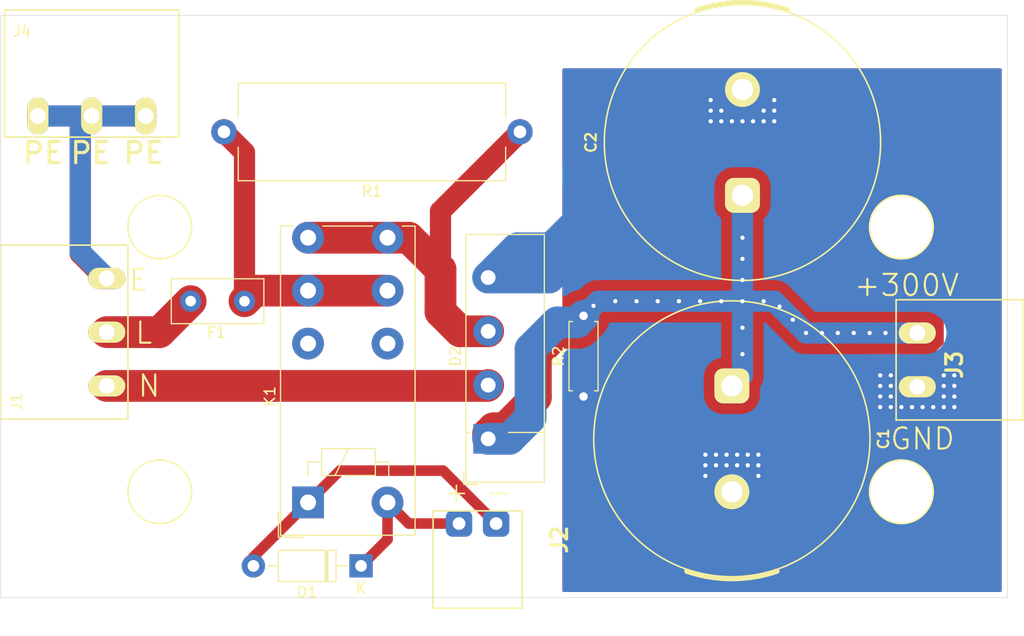
<source format=kicad_pcb>
(kicad_pcb (version 20171130) (host pcbnew "(5.1.6)-1")

  (general
    (thickness 1.6)
    (drawings 15)
    (tracks 168)
    (zones 0)
    (modules 16)
    (nets 12)
  )

  (page A4)
  (layers
    (0 F.Cu signal)
    (31 B.Cu signal)
    (32 B.Adhes user)
    (33 F.Adhes user)
    (34 B.Paste user)
    (35 F.Paste user)
    (36 B.SilkS user)
    (37 F.SilkS user)
    (38 B.Mask user)
    (39 F.Mask user)
    (40 Dwgs.User user)
    (41 Cmts.User user)
    (42 Eco1.User user)
    (43 Eco2.User user)
    (44 Edge.Cuts user)
    (45 Margin user)
    (46 B.CrtYd user)
    (47 F.CrtYd user)
    (48 B.Fab user)
    (49 F.Fab user)
  )

  (setup
    (last_trace_width 0.25)
    (user_trace_width 1)
    (user_trace_width 1.5)
    (user_trace_width 2)
    (user_trace_width 2.5)
    (user_trace_width 3)
    (trace_clearance 0.2)
    (zone_clearance 0.508)
    (zone_45_only no)
    (trace_min 0.2)
    (via_size 0.8)
    (via_drill 0.4)
    (via_min_size 0.4)
    (via_min_drill 0.3)
    (uvia_size 0.3)
    (uvia_drill 0.1)
    (uvias_allowed no)
    (uvia_min_size 0.2)
    (uvia_min_drill 0.1)
    (edge_width 0.05)
    (segment_width 0.2)
    (pcb_text_width 0.3)
    (pcb_text_size 1.5 1.5)
    (mod_edge_width 0.12)
    (mod_text_size 1 1)
    (mod_text_width 0.15)
    (pad_size 1.524 1.524)
    (pad_drill 0.762)
    (pad_to_mask_clearance 0.05)
    (aux_axis_origin 25 180)
    (visible_elements 7FFFFFFF)
    (pcbplotparams
      (layerselection 0x010fc_ffffffff)
      (usegerberextensions false)
      (usegerberattributes false)
      (usegerberadvancedattributes true)
      (creategerberjobfile true)
      (excludeedgelayer false)
      (linewidth 0.100000)
      (plotframeref false)
      (viasonmask false)
      (mode 1)
      (useauxorigin true)
      (hpglpennumber 1)
      (hpglpenspeed 20)
      (hpglpendiameter 15.000000)
      (psnegative false)
      (psa4output false)
      (plotreference true)
      (plotvalue true)
      (plotinvisibletext false)
      (padsonsilk true)
      (subtractmaskfromsilk false)
      (outputformat 1)
      (mirror false)
      (drillshape 0)
      (scaleselection 1)
      (outputdirectory "Neuer Ordner/gerber"))
  )

  (net 0 "")
  (net 1 VPP)
  (net 2 GNDPWR)
  (net 3 "Net-(D1-Pad2)")
  (net 4 "Net-(D1-Pad1)")
  (net 5 "Net-(F1-Pad2)")
  (net 6 "Net-(F1-Pad1)")
  (net 7 Earth_Protective)
  (net 8 "Net-(K1-Pad12)")
  (net 9 /L_switched)
  (net 10 "Net-(K1-Pad22)")
  (net 11 "Net-(D2-Pad2)")

  (net_class Default "This is the default net class."
    (clearance 0.2)
    (trace_width 0.25)
    (via_dia 0.8)
    (via_drill 0.4)
    (uvia_dia 0.3)
    (uvia_drill 0.1)
    (add_net /L_switched)
    (add_net Earth_Protective)
    (add_net GNDPWR)
    (add_net "Net-(D1-Pad1)")
    (add_net "Net-(D1-Pad2)")
    (add_net "Net-(D2-Pad2)")
    (add_net "Net-(F1-Pad1)")
    (add_net "Net-(F1-Pad2)")
    (add_net "Net-(K1-Pad12)")
    (add_net "Net-(K1-Pad22)")
  )

  (net_class VPP ""
    (clearance 1)
    (trace_width 0.25)
    (via_dia 0.8)
    (via_drill 0.4)
    (uvia_dia 0.3)
    (uvia_drill 0.1)
    (add_net VPP)
  )

  (module stmbl:RM5.08_1x3 (layer F.Cu) (tedit 584F6018) (tstamp 5EC9839B)
    (at 28.5 134.5)
    (path /5EE3ABB5)
    (fp_text reference J4 (at -1.5 -8) (layer F.SilkS)
      (effects (font (size 1 1) (thickness 0.15)))
    )
    (fp_text value CONN_01X03 (at 10.795 3.175) (layer F.Fab)
      (effects (font (size 1 1) (thickness 0.15)))
    )
    (fp_line (start -3.14 -10) (end -3.14 2) (layer F.SilkS) (width 0.15))
    (fp_line (start 13.3 -10) (end -3.14 -10) (layer F.SilkS) (width 0.15))
    (fp_line (start 13.3 2) (end 13.3 -10) (layer F.SilkS) (width 0.15))
    (fp_line (start -3.14 2) (end 13.3 2) (layer F.SilkS) (width 0.15))
    (pad 3 thru_hole oval (at 10.16 0) (size 2 3.5) (drill 1.5) (layers *.Cu *.Mask F.SilkS)
      (net 7 Earth_Protective))
    (pad 2 thru_hole oval (at 5.08 0) (size 2 3.5) (drill 1.5) (layers *.Cu *.Mask F.SilkS)
      (net 7 Earth_Protective))
    (pad 1 thru_hole oval (at 0 0) (size 2 3.5) (drill 1.5) (layers *.Cu *.Mask F.SilkS)
      (net 7 Earth_Protective))
    (model ${KIPRJMOD}/../lib/stmbl.pretty/akl230_3.wrl
      (offset (xyz -3.149999952691747 -1.999999969963014 0))
      (scale (xyz 0.394 0.394 0.394))
      (rotate (xyz 0 0 0))
    )
  )

  (module stmbl:non_plated_3mm (layer F.Cu) (tedit 5908EF5A) (tstamp 5EC96A1F)
    (at 110 145)
    (path /5EE2553D)
    (fp_text reference U4 (at 0 4.75) (layer F.SilkS) hide
      (effects (font (size 1 1) (thickness 0.15)))
    )
    (fp_text value non_plated (at 0 -3.75) (layer F.Fab)
      (effects (font (size 1 1) (thickness 0.15)))
    )
    (fp_circle (center 0 0) (end 3 0) (layer F.SilkS) (width 0.15))
    (pad "" np_thru_hole circle (at 0 0) (size 3.5 3.5) (drill 3.5) (layers *.Cu *.Mask)
      (solder_mask_margin 0.5) (clearance 1.25))
  )

  (module stmbl:non_plated_3mm (layer F.Cu) (tedit 5908EF5A) (tstamp 5EC96A19)
    (at 40 145)
    (path /5EE25175)
    (fp_text reference U3 (at 0 4.75) (layer F.SilkS) hide
      (effects (font (size 1 1) (thickness 0.15)))
    )
    (fp_text value non_plated (at 0 -3.75) (layer F.Fab)
      (effects (font (size 1 1) (thickness 0.15)))
    )
    (fp_circle (center 0 0) (end 3 0) (layer F.SilkS) (width 0.15))
    (pad "" np_thru_hole circle (at 0 0) (size 3.5 3.5) (drill 3.5) (layers *.Cu *.Mask)
      (solder_mask_margin 0.5) (clearance 1.25))
  )

  (module stmbl:non_plated_3mm (layer F.Cu) (tedit 5908EF5A) (tstamp 5EC96A13)
    (at 110 170)
    (path /5EE248D5)
    (fp_text reference U2 (at 0 4.75) (layer F.SilkS) hide
      (effects (font (size 1 1) (thickness 0.15)))
    )
    (fp_text value non_plated (at 0 -3.75) (layer F.Fab)
      (effects (font (size 1 1) (thickness 0.15)))
    )
    (fp_circle (center 0 0) (end 3 0) (layer F.SilkS) (width 0.15))
    (pad "" np_thru_hole circle (at 0 0) (size 3.5 3.5) (drill 3.5) (layers *.Cu *.Mask)
      (solder_mask_margin 0.5) (clearance 1.25))
  )

  (module stmbl:non_plated_3mm (layer F.Cu) (tedit 5908EF5A) (tstamp 5EC96A0D)
    (at 40 170)
    (path /5EE258CC)
    (fp_text reference U1 (at 0 4.75) (layer F.SilkS) hide
      (effects (font (size 1 1) (thickness 0.15)))
    )
    (fp_text value non_plated (at 0 -3.75) (layer F.Fab)
      (effects (font (size 1 1) (thickness 0.15)))
    )
    (fp_circle (center 0 0) (end 3 0) (layer F.SilkS) (width 0.15))
    (pad "" np_thru_hole circle (at 0 0) (size 3.5 3.5) (drill 3.5) (layers *.Cu *.Mask)
      (solder_mask_margin 0.5) (clearance 1.25))
  )

  (module Resistor_THT:R_Axial_DIN0207_L6.3mm_D2.5mm_P7.62mm_Horizontal (layer F.Cu) (tedit 5AE5139B) (tstamp 5EC965A3)
    (at 80 161 90)
    (descr "Resistor, Axial_DIN0207 series, Axial, Horizontal, pin pitch=7.62mm, 0.25W = 1/4W, length*diameter=6.3*2.5mm^2, http://cdn-reichelt.de/documents/datenblatt/B400/1_4W%23YAG.pdf")
    (tags "Resistor Axial_DIN0207 series Axial Horizontal pin pitch 7.62mm 0.25W = 1/4W length 6.3mm diameter 2.5mm")
    (path /5EE1A0B5)
    (fp_text reference R2 (at 3.81 -2.37 90) (layer F.SilkS)
      (effects (font (size 1 1) (thickness 0.15)))
    )
    (fp_text value 10k (at 3.81 2.37 90) (layer F.Fab)
      (effects (font (size 1 1) (thickness 0.15)))
    )
    (fp_line (start 0.66 -1.25) (end 0.66 1.25) (layer F.Fab) (width 0.1))
    (fp_line (start 0.66 1.25) (end 6.96 1.25) (layer F.Fab) (width 0.1))
    (fp_line (start 6.96 1.25) (end 6.96 -1.25) (layer F.Fab) (width 0.1))
    (fp_line (start 6.96 -1.25) (end 0.66 -1.25) (layer F.Fab) (width 0.1))
    (fp_line (start 0 0) (end 0.66 0) (layer F.Fab) (width 0.1))
    (fp_line (start 7.62 0) (end 6.96 0) (layer F.Fab) (width 0.1))
    (fp_line (start 0.54 -1.04) (end 0.54 -1.37) (layer F.SilkS) (width 0.12))
    (fp_line (start 0.54 -1.37) (end 7.08 -1.37) (layer F.SilkS) (width 0.12))
    (fp_line (start 7.08 -1.37) (end 7.08 -1.04) (layer F.SilkS) (width 0.12))
    (fp_line (start 0.54 1.04) (end 0.54 1.37) (layer F.SilkS) (width 0.12))
    (fp_line (start 0.54 1.37) (end 7.08 1.37) (layer F.SilkS) (width 0.12))
    (fp_line (start 7.08 1.37) (end 7.08 1.04) (layer F.SilkS) (width 0.12))
    (fp_line (start -1.05 -1.5) (end -1.05 1.5) (layer F.CrtYd) (width 0.05))
    (fp_line (start -1.05 1.5) (end 8.67 1.5) (layer F.CrtYd) (width 0.05))
    (fp_line (start 8.67 1.5) (end 8.67 -1.5) (layer F.CrtYd) (width 0.05))
    (fp_line (start 8.67 -1.5) (end -1.05 -1.5) (layer F.CrtYd) (width 0.05))
    (fp_text user %R (at 3.14 0 90) (layer F.Fab)
      (effects (font (size 1 1) (thickness 0.15)))
    )
    (pad 2 thru_hole oval (at 7.62 0 90) (size 1.6 1.6) (drill 0.8) (layers *.Cu *.Mask)
      (net 1 VPP))
    (pad 1 thru_hole circle (at 0 0 90) (size 1.6 1.6) (drill 0.8) (layers *.Cu *.Mask)
      (net 2 GNDPWR))
    (model ${KISYS3DMOD}/Resistor_THT.3dshapes/R_Axial_DIN0207_L6.3mm_D2.5mm_P7.62mm_Horizontal.wrl
      (at (xyz 0 0 0))
      (scale (xyz 1 1 1))
      (rotate (xyz 0 0 0))
    )
  )

  (module Resistor_THT:R_Axial_Power_L25.0mm_W9.0mm_P27.94mm (layer F.Cu) (tedit 5AE5139B) (tstamp 5EC9658C)
    (at 74 136 180)
    (descr "Resistor, Axial_Power series, Box, pin pitch=27.94mm, 7W, length*width*height=25*9*9mm^3, http://cdn-reichelt.de/documents/datenblatt/B400/5WAXIAL_9WAXIAL_11WAXIAL_17WAXIAL%23YAG.pdf")
    (tags "Resistor Axial_Power series Box pin pitch 27.94mm 7W length 25mm width 9mm height 9mm")
    (path /5EE075C7)
    (fp_text reference R1 (at 13.97 -5.62) (layer F.SilkS)
      (effects (font (size 1 1) (thickness 0.15)))
    )
    (fp_text value 50 (at 13.97 5.62) (layer F.Fab)
      (effects (font (size 1 1) (thickness 0.15)))
    )
    (fp_line (start 1.47 -4.5) (end 1.47 4.5) (layer F.Fab) (width 0.1))
    (fp_line (start 1.47 4.5) (end 26.47 4.5) (layer F.Fab) (width 0.1))
    (fp_line (start 26.47 4.5) (end 26.47 -4.5) (layer F.Fab) (width 0.1))
    (fp_line (start 26.47 -4.5) (end 1.47 -4.5) (layer F.Fab) (width 0.1))
    (fp_line (start 0 0) (end 1.47 0) (layer F.Fab) (width 0.1))
    (fp_line (start 27.94 0) (end 26.47 0) (layer F.Fab) (width 0.1))
    (fp_line (start 1.35 -1.44) (end 1.35 -4.62) (layer F.SilkS) (width 0.12))
    (fp_line (start 1.35 -4.62) (end 26.59 -4.62) (layer F.SilkS) (width 0.12))
    (fp_line (start 26.59 -4.62) (end 26.59 -1.44) (layer F.SilkS) (width 0.12))
    (fp_line (start 1.35 1.44) (end 1.35 4.62) (layer F.SilkS) (width 0.12))
    (fp_line (start 1.35 4.62) (end 26.59 4.62) (layer F.SilkS) (width 0.12))
    (fp_line (start 26.59 4.62) (end 26.59 1.44) (layer F.SilkS) (width 0.12))
    (fp_line (start -1.45 -4.75) (end -1.45 4.75) (layer F.CrtYd) (width 0.05))
    (fp_line (start -1.45 4.75) (end 29.39 4.75) (layer F.CrtYd) (width 0.05))
    (fp_line (start 29.39 4.75) (end 29.39 -4.75) (layer F.CrtYd) (width 0.05))
    (fp_line (start 29.39 -4.75) (end -1.45 -4.75) (layer F.CrtYd) (width 0.05))
    (fp_text user %R (at 13.97 0) (layer F.Fab)
      (effects (font (size 1 1) (thickness 0.15)))
    )
    (pad 2 thru_hole oval (at 27.94 0 180) (size 2.4 2.4) (drill 1.2) (layers *.Cu *.Mask)
      (net 6 "Net-(F1-Pad1)"))
    (pad 1 thru_hole circle (at 0 0 180) (size 2.4 2.4) (drill 1.2) (layers *.Cu *.Mask)
      (net 9 /L_switched))
    (model ${KISYS3DMOD}/Resistor_THT.3dshapes/R_Axial_Power_L25.0mm_W9.0mm_P27.94mm.wrl
      (at (xyz 0 0 0))
      (scale (xyz 1 1 1))
      (rotate (xyz 0 0 0))
    )
  )

  (module Relay_THT:Relay_DPDT_Finder_40.52 (layer F.Cu) (tedit 5A5B3E92) (tstamp 5EC96575)
    (at 54 171 90)
    (descr "Relay DPDT Finder 40.52, Pitch 5mm/7.5mm, https://www.finder-relais.net/de/finder-relais-serie-40.pdf")
    (tags "Relay DPDT Finder 40.52 Pitch 5mm")
    (path /5EDFEB9D)
    (fp_text reference K1 (at 10 -3.6 90) (layer F.SilkS)
      (effects (font (size 1 1) (thickness 0.15)))
    )
    (fp_text value EC2-3NU (at 12.192 11.43 90) (layer F.Fab)
      (effects (font (size 1 1) (thickness 0.15)))
    )
    (fp_line (start -3.3 -0.4) (end -3.3 -2.8) (layer F.SilkS) (width 0.12))
    (fp_line (start -0.9 -2.8) (end -3.3 -2.8) (layer F.SilkS) (width 0.12))
    (fp_line (start -3.1 10.1) (end -3.1 -2.6) (layer F.SilkS) (width 0.12))
    (fp_line (start 26.1 10.1) (end -3.1 10.1) (layer F.SilkS) (width 0.12))
    (fp_line (start 26.1 8.9) (end 26.1 10.1) (layer F.SilkS) (width 0.12))
    (fp_line (start 26.1 1.4) (end 26.1 6.1) (layer F.SilkS) (width 0.12))
    (fp_line (start 26.1 -2.6) (end 26.1 -1.4) (layer F.SilkS) (width 0.12))
    (fp_line (start -3.1 -2.6) (end 26.1 -2.6) (layer F.SilkS) (width 0.12))
    (fp_line (start -2 -2.5) (end -3 -1.4) (layer F.Fab) (width 0.12))
    (fp_line (start 26 -2.5) (end -2 -2.5) (layer F.Fab) (width 0.12))
    (fp_line (start 26 10) (end 26 -2.5) (layer F.Fab) (width 0.12))
    (fp_line (start -3 10) (end 26 10) (layer F.Fab) (width 0.12))
    (fp_line (start -3 -1.4) (end -3 10) (layer F.Fab) (width 0.12))
    (fp_line (start 0 1.8) (end 0 5.8) (layer F.Fab) (width 0.12))
    (fp_line (start 2.54 2.54) (end 5.08 3.81) (layer F.SilkS) (width 0.12))
    (fp_line (start 3.81 6.35) (end 3.81 7.62) (layer F.SilkS) (width 0.12))
    (fp_line (start 3.81 7.62) (end 2.54 7.62) (layer F.SilkS) (width 0.12))
    (fp_line (start 2.54 0) (end 3.81 0) (layer F.SilkS) (width 0.12))
    (fp_line (start 3.81 0) (end 3.81 1.27) (layer F.SilkS) (width 0.12))
    (fp_line (start 3.81 1.27) (end 5.08 1.27) (layer F.SilkS) (width 0.12))
    (fp_line (start 5.08 1.27) (end 5.08 6.35) (layer F.SilkS) (width 0.12))
    (fp_line (start 5.08 6.35) (end 2.54 6.35) (layer F.SilkS) (width 0.12))
    (fp_line (start 2.54 6.35) (end 2.54 1.27) (layer F.SilkS) (width 0.12))
    (fp_line (start 2.54 1.27) (end 3.81 1.27) (layer F.SilkS) (width 0.12))
    (fp_line (start -3.25 -2.75) (end 26.75 -2.75) (layer F.CrtYd) (width 0.05))
    (fp_line (start -3.25 -2.75) (end -3.25 10.25) (layer F.CrtYd) (width 0.05))
    (fp_line (start 26.75 10.25) (end 26.75 -2.75) (layer F.CrtYd) (width 0.05))
    (fp_line (start 26.75 10.25) (end -3.25 10.25) (layer F.CrtYd) (width 0.05))
    (fp_text user %R (at 12.065 3.81 90) (layer F.Fab)
      (effects (font (size 1 1) (thickness 0.15)))
    )
    (pad 14 thru_hole circle (at 25 0 90) (size 3 3) (drill 1.5) (layers *.Cu *.Mask)
      (net 9 /L_switched))
    (pad 21 thru_hole circle (at 20 7.5 90) (size 3 3) (drill 1.5) (layers *.Cu *.Mask)
      (net 6 "Net-(F1-Pad1)"))
    (pad 12 thru_hole circle (at 15 0 90) (size 3 3) (drill 1.5) (layers *.Cu *.Mask)
      (net 8 "Net-(K1-Pad12)"))
    (pad 22 thru_hole circle (at 15 7.5 90) (size 3 3) (drill 1.5) (layers *.Cu *.Mask)
      (net 10 "Net-(K1-Pad22)"))
    (pad 24 thru_hole circle (at 25 7.5 90) (size 3 3) (drill 1.5) (layers *.Cu *.Mask)
      (net 9 /L_switched))
    (pad 11 thru_hole circle (at 20 0 90) (size 3 3) (drill 1.5) (layers *.Cu *.Mask)
      (net 6 "Net-(F1-Pad1)"))
    (pad A2 thru_hole circle (at 0 7.5 90) (size 3 3) (drill 1.5) (layers *.Cu *.Mask)
      (net 4 "Net-(D1-Pad1)"))
    (pad A1 thru_hole rect (at 0 0 90) (size 3 3) (drill 1.5) (layers *.Cu *.Mask)
      (net 3 "Net-(D1-Pad2)"))
    (model ${KISYS3DMOD}/Relay_THT.3dshapes/Relay_DPDT_Finder_40.52.wrl
      (at (xyz 0 0 0))
      (scale (xyz 1 1 1))
      (rotate (xyz 0 0 0))
    )
  )

  (module stmbl:RM5.08_1x2 (layer F.Cu) (tedit 5898CDB8) (tstamp 5EC9654C)
    (at 111.5 155 270)
    (path /5EDFDA64)
    (fp_text reference J3 (at 3 -3.5 90) (layer F.SilkS)
      (effects (font (size 1.5 1.5) (thickness 0.3)))
    )
    (fp_text value CONN_01X02 (at 5.715 3.175 90) (layer F.Fab)
      (effects (font (size 1 1) (thickness 0.15)))
    )
    (fp_line (start -3.14 -10) (end -3.14 2) (layer F.SilkS) (width 0.15))
    (fp_line (start 8.22 -10) (end -3.14 -10) (layer F.SilkS) (width 0.15))
    (fp_line (start 8.22 2) (end 8.22 -10) (layer F.SilkS) (width 0.15))
    (fp_line (start -3.14 2) (end 8.22 2) (layer F.SilkS) (width 0.15))
    (pad 2 thru_hole oval (at 5.08 0 270) (size 2 3.5) (drill 1.5) (layers *.Cu *.Mask F.SilkS)
      (net 2 GNDPWR))
    (pad 1 thru_hole oval (at 0 0 270) (size 2 3.5) (drill 1.5) (layers *.Cu *.Mask F.SilkS)
      (net 1 VPP) (zone_connect 2))
    (model ${KIPRJMOD}/../lib/stmbl.pretty/akl230_2.wrl
      (offset (xyz -3.149999952691747 -1.999999969963014 0))
      (scale (xyz 0.394 0.394 0.394))
      (rotate (xyz 0 0 0))
    )
  )

  (module stmbl:RM3.5_1x2 (layer F.Cu) (tedit 59464298) (tstamp 5EC96542)
    (at 70 173)
    (path /5EE013EA)
    (fp_text reference J2 (at 7.718 1.52 -90) (layer F.SilkS)
      (effects (font (size 1.5 1.5) (thickness 0.3)))
    )
    (fp_text value CONN_01X02 (at 2.2 9.8) (layer F.Fab)
      (effects (font (size 1 1) (thickness 0.15)))
    )
    (fp_line (start -4.2 8) (end -4.2 -1.2) (layer F.SilkS) (width 0.15))
    (fp_line (start -4.2 -1.2) (end 4.2 -1.2) (layer F.SilkS) (width 0.15))
    (fp_line (start 4.2 -1.2) (end 4.2 8) (layer F.SilkS) (width 0.15))
    (fp_line (start -4.2 8) (end 4.2 8) (layer F.SilkS) (width 0.15))
    (pad 2 smd roundrect (at 1.75 0) (size 2.5 2.5) (layers B.Cu B.Mask) (roundrect_rratio 0.25)
      (net 3 "Net-(D1-Pad2)"))
    (pad 1 smd roundrect (at -1.75 0) (size 2.5 2.5) (layers B.Cu B.Mask) (roundrect_rratio 0.25)
      (net 4 "Net-(D1-Pad1)"))
    (pad 1 thru_hole circle (at -1.75 0) (size 1.5 1.5) (drill 1.2) (layers *.Cu *.Mask)
      (net 4 "Net-(D1-Pad1)"))
    (pad 2 thru_hole circle (at 1.75 0) (size 1.5 1.5) (drill 1.2) (layers *.Cu *.Mask)
      (net 3 "Net-(D1-Pad2)"))
    (model ${KIPRJMOD}/../lib/stmbl.pretty/akl182_2.wrl
      (offset (xyz 4.29999993542048 3.199999951940823 0))
      (scale (xyz 0.394 0.394 0.394))
      (rotate (xyz 0 0 180))
    )
  )

  (module stmbl:RM5.08_1x3 (layer F.Cu) (tedit 584F6018) (tstamp 5EC96536)
    (at 35 160 90)
    (path /5EDFB41E)
    (fp_text reference J1 (at -1.5 -8.5 90) (layer F.SilkS)
      (effects (font (size 1 1) (thickness 0.15)))
    )
    (fp_text value CONN_01X03 (at 10.795 3.175 90) (layer F.Fab)
      (effects (font (size 1 1) (thickness 0.15)))
    )
    (fp_line (start -3.14 -10) (end -3.14 2) (layer F.SilkS) (width 0.15))
    (fp_line (start 13.3 -10) (end -3.14 -10) (layer F.SilkS) (width 0.15))
    (fp_line (start 13.3 2) (end 13.3 -10) (layer F.SilkS) (width 0.15))
    (fp_line (start -3.14 2) (end 13.3 2) (layer F.SilkS) (width 0.15))
    (pad 3 thru_hole oval (at 10.16 0 90) (size 2 3.5) (drill 1.5) (layers *.Cu *.Mask F.SilkS)
      (net 7 Earth_Protective))
    (pad 2 thru_hole oval (at 5.08 0 90) (size 2 3.5) (drill 1.5) (layers *.Cu *.Mask F.SilkS)
      (net 5 "Net-(F1-Pad2)"))
    (pad 1 thru_hole oval (at 0 0 90) (size 2 3.5) (drill 1.5) (layers *.Cu *.Mask F.SilkS)
      (net 11 "Net-(D2-Pad2)"))
    (model ${KIPRJMOD}/../lib/stmbl.pretty/akl230_3.wrl
      (offset (xyz -3.149999952691747 -1.999999969963014 0))
      (scale (xyz 0.394 0.394 0.394))
      (rotate (xyz 0 0 0))
    )
  )

  (module Fuse:Fuse_Littelfuse_395Series (layer F.Cu) (tedit 5A1C8B31) (tstamp 5EC9652B)
    (at 48 152 180)
    (descr "Fuse, TE5, Littelfuse/Wickmann, No. 460, No560,")
    (tags "Fuse TE5 Littelfuse/Wickmann No. 460 No560 ")
    (path /5EE089A5)
    (fp_text reference F1 (at 2.65 -2.95) (layer F.SilkS)
      (effects (font (size 1 1) (thickness 0.15)))
    )
    (fp_text value 30A (at 2.35 3.1) (layer F.Fab)
      (effects (font (size 1 1) (thickness 0.15)))
    )
    (fp_line (start -1.71 2) (end 6.79 2) (layer F.Fab) (width 0.1))
    (fp_line (start 6.79 2) (end 6.79 -2) (layer F.Fab) (width 0.1))
    (fp_line (start 6.79 -2) (end -1.71 -2) (layer F.Fab) (width 0.1))
    (fp_line (start -1.71 -2) (end -1.71 2) (layer F.Fab) (width 0.1))
    (fp_line (start -1.96 -2.25) (end 7.04 -2.25) (layer F.CrtYd) (width 0.05))
    (fp_line (start -1.96 -2.25) (end -1.96 2.25) (layer F.CrtYd) (width 0.05))
    (fp_line (start 7.04 2.25) (end 7.04 -2.25) (layer F.CrtYd) (width 0.05))
    (fp_line (start 7.04 2.25) (end -1.96 2.25) (layer F.CrtYd) (width 0.05))
    (fp_line (start -1.83 -2.12) (end 6.91 -2.12) (layer F.SilkS) (width 0.12))
    (fp_line (start -1.83 -2.12) (end -1.83 2.12) (layer F.SilkS) (width 0.12))
    (fp_line (start 6.91 2.12) (end 6.91 -2.12) (layer F.SilkS) (width 0.12))
    (fp_line (start 6.91 2.12) (end -1.83 2.12) (layer F.SilkS) (width 0.12))
    (fp_text user %R (at 2.75 -1.25) (layer F.Fab)
      (effects (font (size 1 1) (thickness 0.15)))
    )
    (pad 2 thru_hole circle (at 5.08 0.01 180) (size 2 2) (drill 1) (layers *.Cu *.Mask)
      (net 5 "Net-(F1-Pad2)"))
    (pad 1 thru_hole circle (at 0 0 180) (size 2 2) (drill 1) (layers *.Cu *.Mask)
      (net 6 "Net-(F1-Pad1)"))
    (model ${KISYS3DMOD}/Fuse.3dshapes/Fuse_Littelfuse_395Series.wrl
      (at (xyz 0 0 0))
      (scale (xyz 1 1 1))
      (rotate (xyz 0 0 0))
    )
  )

  (module Diode_THT:Diode_Bridge_Vishay_KBU (layer F.Cu) (tedit 5A4F7739) (tstamp 5EC96518)
    (at 71 165 90)
    (descr "Vishay KBU rectifier package, 5.08mm pitch, see http://www.vishay.com/docs/88656/kbu4.pdf")
    (tags "Vishay KBU rectifier diode bridge")
    (path /5EE0AC44)
    (fp_text reference D2 (at 7.8 -3.1 90) (layer F.SilkS)
      (effects (font (size 1 1) (thickness 0.15)))
    )
    (fp_text value D_Bridge_+-AA (at 7.5 6.2 90) (layer F.Fab)
      (effects (font (size 1 1) (thickness 0.15)))
    )
    (fp_line (start 0.6 -1.7) (end 0.6 -2.1) (layer F.SilkS) (width 0.12))
    (fp_line (start -4.3 -2.3) (end -3.1 -2.3) (layer F.SilkS) (width 0.12))
    (fp_line (start -4.3 -1) (end -4.3 -2.3) (layer F.SilkS) (width 0.12))
    (fp_line (start 0.6 1.9) (end 0.6 5.3) (layer F.SilkS) (width 0.12))
    (fp_line (start 0.6 -2) (end 0.6 5.2) (layer F.Fab) (width 0.12))
    (fp_line (start -4.1 -2.1) (end -4.1 5.3) (layer F.SilkS) (width 0.12))
    (fp_line (start 19.3 -2.1) (end -4.1 -2.1) (layer F.SilkS) (width 0.12))
    (fp_line (start 19.3 5.3) (end 19.3 -2.1) (layer F.SilkS) (width 0.12))
    (fp_line (start -4.1 5.3) (end 19.3 5.3) (layer F.SilkS) (width 0.12))
    (fp_line (start -4 -1) (end -4 5.2) (layer F.Fab) (width 0.1))
    (fp_line (start -3.1 -2) (end -4 -1) (layer F.Fab) (width 0.1))
    (fp_line (start 19.2 -2) (end -3.1 -2) (layer F.Fab) (width 0.1))
    (fp_line (start 19.2 5.2) (end 19.2 -2) (layer F.Fab) (width 0.12))
    (fp_line (start -4 5.2) (end 19.2 5.2) (layer F.Fab) (width 0.1))
    (fp_line (start -4.25 -2.25) (end 19.45 -2.25) (layer F.CrtYd) (width 0.05))
    (fp_line (start -4.25 -2.25) (end -4.25 5.45) (layer F.CrtYd) (width 0.05))
    (fp_line (start 19.45 5.45) (end 19.45 -2.25) (layer F.CrtYd) (width 0.05))
    (fp_line (start 19.45 5.45) (end -4.25 5.45) (layer F.CrtYd) (width 0.05))
    (fp_text user %R (at 7.7 3.3 90) (layer F.Fab)
      (effects (font (size 1 1) (thickness 0.15)))
    )
    (pad 1 thru_hole rect (at 0 0 90) (size 2.8 2.8) (drill 1.4) (layers *.Cu *.Mask)
      (net 1 VPP))
    (pad 2 thru_hole circle (at 5.08 0 90) (size 2.8 2.8) (drill 1.4) (layers *.Cu *.Mask)
      (net 11 "Net-(D2-Pad2)"))
    (pad 3 thru_hole circle (at 10.16 0 90) (size 2.8 2.8) (drill 1.4) (layers *.Cu *.Mask)
      (net 9 /L_switched))
    (pad 4 thru_hole circle (at 15.24 0 90) (size 2.8 2.8) (drill 1.4) (layers *.Cu *.Mask)
      (net 2 GNDPWR))
    (model ${KISYS3DMOD}/Diode_THT.3dshapes/Diode_Bridge_Vishay_KBU.wrl
      (at (xyz 0 0 0))
      (scale (xyz 1 1 1))
      (rotate (xyz 0 0 0))
    )
  )

  (module Diode_THT:D_DO-41_SOD81_P10.16mm_Horizontal (layer F.Cu) (tedit 5AE50CD5) (tstamp 5EC964FD)
    (at 59 177 180)
    (descr "Diode, DO-41_SOD81 series, Axial, Horizontal, pin pitch=10.16mm, , length*diameter=5.2*2.7mm^2, , http://www.diodes.com/_files/packages/DO-41%20(Plastic).pdf")
    (tags "Diode DO-41_SOD81 series Axial Horizontal pin pitch 10.16mm  length 5.2mm diameter 2.7mm")
    (path /5EE02637)
    (fp_text reference D1 (at 5.08 -2.47) (layer F.SilkS)
      (effects (font (size 1 1) (thickness 0.15)))
    )
    (fp_text value 1N4001 (at 5.08 2.47) (layer F.Fab)
      (effects (font (size 1 1) (thickness 0.15)))
    )
    (fp_line (start 2.48 -1.35) (end 2.48 1.35) (layer F.Fab) (width 0.1))
    (fp_line (start 2.48 1.35) (end 7.68 1.35) (layer F.Fab) (width 0.1))
    (fp_line (start 7.68 1.35) (end 7.68 -1.35) (layer F.Fab) (width 0.1))
    (fp_line (start 7.68 -1.35) (end 2.48 -1.35) (layer F.Fab) (width 0.1))
    (fp_line (start 0 0) (end 2.48 0) (layer F.Fab) (width 0.1))
    (fp_line (start 10.16 0) (end 7.68 0) (layer F.Fab) (width 0.1))
    (fp_line (start 3.26 -1.35) (end 3.26 1.35) (layer F.Fab) (width 0.1))
    (fp_line (start 3.36 -1.35) (end 3.36 1.35) (layer F.Fab) (width 0.1))
    (fp_line (start 3.16 -1.35) (end 3.16 1.35) (layer F.Fab) (width 0.1))
    (fp_line (start 2.36 -1.47) (end 2.36 1.47) (layer F.SilkS) (width 0.12))
    (fp_line (start 2.36 1.47) (end 7.8 1.47) (layer F.SilkS) (width 0.12))
    (fp_line (start 7.8 1.47) (end 7.8 -1.47) (layer F.SilkS) (width 0.12))
    (fp_line (start 7.8 -1.47) (end 2.36 -1.47) (layer F.SilkS) (width 0.12))
    (fp_line (start 1.34 0) (end 2.36 0) (layer F.SilkS) (width 0.12))
    (fp_line (start 8.82 0) (end 7.8 0) (layer F.SilkS) (width 0.12))
    (fp_line (start 3.26 -1.47) (end 3.26 1.47) (layer F.SilkS) (width 0.12))
    (fp_line (start 3.38 -1.47) (end 3.38 1.47) (layer F.SilkS) (width 0.12))
    (fp_line (start 3.14 -1.47) (end 3.14 1.47) (layer F.SilkS) (width 0.12))
    (fp_line (start -1.35 -1.6) (end -1.35 1.6) (layer F.CrtYd) (width 0.05))
    (fp_line (start -1.35 1.6) (end 11.51 1.6) (layer F.CrtYd) (width 0.05))
    (fp_line (start 11.51 1.6) (end 11.51 -1.6) (layer F.CrtYd) (width 0.05))
    (fp_line (start 11.51 -1.6) (end -1.35 -1.6) (layer F.CrtYd) (width 0.05))
    (fp_text user K (at 0 -2.1) (layer F.SilkS)
      (effects (font (size 1 1) (thickness 0.15)))
    )
    (fp_text user K (at 0 -2.1) (layer F.Fab)
      (effects (font (size 1 1) (thickness 0.15)))
    )
    (fp_text user %R (at 5.47 0) (layer F.Fab)
      (effects (font (size 1 1) (thickness 0.15)))
    )
    (pad 2 thru_hole oval (at 10.16 0 180) (size 2.2 2.2) (drill 1.1) (layers *.Cu *.Mask)
      (net 3 "Net-(D1-Pad2)"))
    (pad 1 thru_hole rect (at 0 0 180) (size 2.2 2.2) (drill 1.1) (layers *.Cu *.Mask)
      (net 4 "Net-(D1-Pad1)"))
    (model ${KISYS3DMOD}/Diode_THT.3dshapes/D_DO-41_SOD81_P10.16mm_Horizontal.wrl
      (at (xyz 0 0 0))
      (scale (xyz 1 1 1))
      (rotate (xyz 0 0 0))
    )
  )

  (module stmbl:C_Radial_D26_L45_P10 (layer F.Cu) (tedit 5B2A2802) (tstamp 5EC964DE)
    (at 95 137 90)
    (descr "Radial Electrolytic Capacitor Diameter 26mm x Length 45mm, Pitch 10mm")
    (tags "Electrolytic Capacitor")
    (path /5EE12F98)
    (fp_text reference C2 (at 0 -14.3 90) (layer F.SilkS)
      (effects (font (size 1 1) (thickness 0.2)))
    )
    (fp_text value CP (at 0 14.3 90) (layer F.Fab)
      (effects (font (size 1 1) (thickness 0.15)))
    )
    (fp_circle (center 0 0) (end 0 -13.3) (layer F.CrtYd) (width 0.05))
    (fp_circle (center 0 0) (end 0 -13.0375) (layer F.SilkS) (width 0.15))
    (fp_arc (start 0 0) (end 12.5 -4.25) (angle 37.55606373) (layer F.SilkS) (width 0.5))
    (pad 1 thru_hole roundrect (at -5 0 90) (size 3.3 3.3) (drill 2) (layers *.Cu *.Mask F.SilkS) (roundrect_rratio 0.25)
      (net 1 VPP))
    (pad 2 thru_hole circle (at 5 0 90) (size 3.3 3.3) (drill 2) (layers *.Cu *.Mask F.SilkS)
      (net 2 GNDPWR) (zone_connect 2))
    (model ${KISYS3DMOD}/Capacitors_THT.3dshapes/CP_Radial_D26.0mm_P10.00mm_SnapIn.step
      (offset (xyz -5 0 0))
      (scale (xyz 1 1 1))
      (rotate (xyz 0 0 0))
    )
  )

  (module stmbl:C_Radial_D26_L45_P10 (layer F.Cu) (tedit 5B2A2802) (tstamp 5EC964D5)
    (at 94 165 270)
    (descr "Radial Electrolytic Capacitor Diameter 26mm x Length 45mm, Pitch 10mm")
    (tags "Electrolytic Capacitor")
    (path /5EE13E1B)
    (fp_text reference C1 (at 0 -14.3 90) (layer F.SilkS)
      (effects (font (size 1 1) (thickness 0.2)))
    )
    (fp_text value CP (at 0 14.3 90) (layer F.Fab)
      (effects (font (size 1 1) (thickness 0.15)))
    )
    (fp_circle (center 0 0) (end 0 -13.3) (layer F.CrtYd) (width 0.05))
    (fp_circle (center 0 0) (end 0 -13.0375) (layer F.SilkS) (width 0.15))
    (fp_arc (start 0 0) (end 12.5 -4.25) (angle 37.55606373) (layer F.SilkS) (width 0.5))
    (pad 1 thru_hole roundrect (at -5 0 270) (size 3.3 3.3) (drill 2) (layers *.Cu *.Mask F.SilkS) (roundrect_rratio 0.25)
      (net 1 VPP))
    (pad 2 thru_hole circle (at 5 0 270) (size 3.3 3.3) (drill 2) (layers *.Cu *.Mask F.SilkS)
      (net 2 GNDPWR) (zone_connect 2))
    (model ${KISYS3DMOD}/Capacitors_THT.3dshapes/CP_Radial_D26.0mm_P10.00mm_SnapIn.step
      (offset (xyz -5 0 0))
      (scale (xyz 1 1 1))
      (rotate (xyz 0 0 0))
    )
  )

  (gr_text PE (at 38.5 138) (layer F.SilkS) (tstamp 5EC984B3)
    (effects (font (size 2 2) (thickness 0.3)))
  )
  (gr_text PE (at 33.5 138) (layer F.SilkS) (tstamp 5EC984B3)
    (effects (font (size 2 2) (thickness 0.3)))
  )
  (gr_text PE (at 29 138) (layer F.SilkS) (tstamp 5EC984AE)
    (effects (font (size 2 2) (thickness 0.3)))
  )
  (gr_line (start 25 125) (end 120 125) (layer Edge.Cuts) (width 0.05))
  (gr_line (start 25 180) (end 25 125) (layer Edge.Cuts) (width 0.05))
  (gr_line (start 30 180) (end 25 180) (layer Edge.Cuts) (width 0.05))
  (gr_text +300V (at 110.5 150.5) (layer F.SilkS) (tstamp 5EC973CB)
    (effects (font (size 2 2) (thickness 0.2)))
  )
  (gr_text GND (at 112 165) (layer F.SilkS) (tstamp 5EC973CB)
    (effects (font (size 2 2) (thickness 0.2)))
  )
  (gr_text E (at 38 150) (layer F.SilkS) (tstamp 5EC973CB)
    (effects (font (size 2 2) (thickness 0.2)))
  )
  (gr_text L (at 38.5 155) (layer F.SilkS) (tstamp 5EC973C3)
    (effects (font (size 2 2) (thickness 0.2)))
  )
  (gr_text N (at 39 160) (layer F.SilkS) (tstamp 5EC973C3)
    (effects (font (size 2 2) (thickness 0.2)))
  )
  (gr_text - (at 72 170) (layer F.SilkS) (tstamp 5EC973C3)
    (effects (font (size 2 2) (thickness 0.15)))
  )
  (gr_text + (at 68 170) (layer F.SilkS)
    (effects (font (size 2 2) (thickness 0.15)))
  )
  (gr_line (start 120 180) (end 120 125) (layer Edge.Cuts) (width 0.05))
  (gr_line (start 30 180) (end 120 180) (layer Edge.Cuts) (width 0.05))

  (segment (start 95 159) (end 94 160) (width 2) (layer F.Cu) (net 1))
  (segment (start 95 142) (end 95 152) (width 2) (layer F.Cu) (net 1))
  (segment (start 95 152) (end 95 159) (width 2) (layer F.Cu) (net 1))
  (segment (start 80 153.38) (end 81.38 152) (width 2) (layer F.Cu) (net 1))
  (segment (start 81.38 152) (end 95 152) (width 2) (layer F.Cu) (net 1))
  (segment (start 79.62 153.38) (end 80 153.38) (width 2) (layer F.Cu) (net 1))
  (segment (start 98 152) (end 98.5 152.5) (width 2) (layer B.Cu) (net 1))
  (segment (start 101 155) (end 102.5 155) (width 2) (layer B.Cu) (net 1))
  (segment (start 80 153.38) (end 80.94 152.44) (width 2) (layer B.Cu) (net 1))
  (segment (start 81.38 152) (end 83 152) (width 2) (layer B.Cu) (net 1))
  (segment (start 108.5 155) (end 111.5 155) (width 2) (layer B.Cu) (net 1) (tstamp 5EC984C1))
  (via (at 108.5 155) (size 0.8) (drill 0.4) (layers F.Cu B.Cu) (net 1))
  (segment (start 107 155) (end 108.5 155) (width 2) (layer B.Cu) (net 1) (tstamp 5EC984C3))
  (via (at 107 155) (size 0.8) (drill 0.4) (layers F.Cu B.Cu) (net 1))
  (segment (start 105.5 155) (end 107 155) (width 2) (layer B.Cu) (net 1) (tstamp 5EC984C5))
  (via (at 105.5 155) (size 0.8) (drill 0.4) (layers F.Cu B.Cu) (net 1))
  (segment (start 104 155) (end 105.5 155) (width 2) (layer B.Cu) (net 1) (tstamp 5EC984C7))
  (via (at 104 155) (size 0.8) (drill 0.4) (layers F.Cu B.Cu) (net 1))
  (segment (start 102.5 155) (end 104 155) (width 2) (layer B.Cu) (net 1) (tstamp 5EC984C9))
  (via (at 102.5 155) (size 0.8) (drill 0.4) (layers F.Cu B.Cu) (net 1))
  (segment (start 101 155) (end 101 155) (width 2) (layer B.Cu) (net 1) (tstamp 5EC984CB))
  (via (at 101 155) (size 0.8) (drill 0.4) (layers F.Cu B.Cu) (net 1))
  (segment (start 99.75 153.75) (end 101 155) (width 2) (layer B.Cu) (net 1) (tstamp 5EC984CD))
  (via (at 99.75 153.75) (size 0.8) (drill 0.4) (layers F.Cu B.Cu) (net 1))
  (segment (start 98.5 152.5) (end 99.75 153.75) (width 2) (layer B.Cu) (net 1) (tstamp 5EC984CF))
  (via (at 98.5 152.5) (size 0.8) (drill 0.4) (layers F.Cu B.Cu) (net 1))
  (segment (start 97 152) (end 98 152) (width 2) (layer B.Cu) (net 1) (tstamp 5EC984D1))
  (via (at 97 152) (size 0.8) (drill 0.4) (layers F.Cu B.Cu) (net 1))
  (segment (start 95 152) (end 97 152) (width 2) (layer B.Cu) (net 1) (tstamp 5EC984D3))
  (via (at 95 152) (size 0.8) (drill 0.4) (layers F.Cu B.Cu) (net 1))
  (segment (start 93 152) (end 95 152) (width 2) (layer B.Cu) (net 1) (tstamp 5EC984D5))
  (via (at 93 152) (size 0.8) (drill 0.4) (layers F.Cu B.Cu) (net 1))
  (segment (start 91 152) (end 93 152) (width 2) (layer B.Cu) (net 1) (tstamp 5EC984D7))
  (via (at 91 152) (size 0.8) (drill 0.4) (layers F.Cu B.Cu) (net 1))
  (segment (start 89 152) (end 91 152) (width 2) (layer B.Cu) (net 1) (tstamp 5EC984DE))
  (via (at 89 152) (size 0.8) (drill 0.4) (layers F.Cu B.Cu) (net 1))
  (segment (start 87 152) (end 89 152) (width 2) (layer B.Cu) (net 1) (tstamp 5EC984E0))
  (via (at 87 152) (size 0.8) (drill 0.4) (layers F.Cu B.Cu) (net 1))
  (segment (start 85 152) (end 87 152) (width 2) (layer B.Cu) (net 1) (tstamp 5EC984E2))
  (via (at 85 152) (size 0.8) (drill 0.4) (layers F.Cu B.Cu) (net 1))
  (segment (start 83 152) (end 85 152) (width 2) (layer B.Cu) (net 1) (tstamp 5EC984E9))
  (via (at 83 152) (size 0.8) (drill 0.4) (layers F.Cu B.Cu) (net 1))
  (segment (start 80.94 152.44) (end 81.38 152) (width 2) (layer B.Cu) (net 1) (tstamp 5EC984EB))
  (via (at 80.94 152.44) (size 0.8) (drill 0.4) (layers F.Cu B.Cu) (net 1))
  (segment (start 95 159) (end 94 160) (width 2) (layer B.Cu) (net 1))
  (segment (start 95 142) (end 95 144.5) (width 2) (layer B.Cu) (net 1))
  (segment (start 95 144.5) (end 95 146) (width 2) (layer B.Cu) (net 1) (tstamp 5EC984F9))
  (segment (start 95 146) (end 95 147.5) (width 2) (layer B.Cu) (net 1) (tstamp 5EC984FB))
  (via (at 95 146) (size 0.8) (drill 0.4) (layers F.Cu B.Cu) (net 1))
  (segment (start 95 147.5) (end 95 149) (width 2) (layer B.Cu) (net 1) (tstamp 5EC984FD))
  (via (at 95 148) (size 0.8) (drill 0.4) (layers F.Cu B.Cu) (net 1))
  (segment (start 95 149) (end 95 153.5) (width 2) (layer B.Cu) (net 1) (tstamp 5EC984FF))
  (via (at 95 150) (size 0.8) (drill 0.4) (layers F.Cu B.Cu) (net 1))
  (segment (start 95 157) (end 95 157) (width 2) (layer B.Cu) (net 1) (tstamp 5EC98501))
  (segment (start 95 155) (end 95 157) (width 2) (layer B.Cu) (net 1) (tstamp 5EC98503))
  (segment (start 95 153.5) (end 95 154.5) (width 2) (layer B.Cu) (net 1) (tstamp 5EC98505))
  (segment (start 95 154.5) (end 95 155) (width 2) (layer B.Cu) (net 1) (tstamp 5EC9850A))
  (via (at 95 154.5) (size 0.8) (drill 0.4) (layers F.Cu B.Cu) (net 1))
  (segment (start 95 157) (end 95 159) (width 2) (layer B.Cu) (net 1) (tstamp 5EC9850C))
  (via (at 95 157) (size 0.8) (drill 0.4) (layers F.Cu B.Cu) (net 1))
  (segment (start 71 165) (end 73 165) (width 3) (layer B.Cu) (net 1))
  (segment (start 73 165) (end 75 163) (width 3) (layer B.Cu) (net 1))
  (segment (start 75 163) (end 75 156.5) (width 3) (layer B.Cu) (net 1))
  (segment (start 75 156.5) (end 77.5 154) (width 3) (layer B.Cu) (net 1))
  (segment (start 79.38 154) (end 80 153.38) (width 3) (layer B.Cu) (net 1))
  (segment (start 77.5 154) (end 79.38 154) (width 3) (layer B.Cu) (net 1))
  (segment (start 72.576858 164.00001) (end 75.5 161.076868) (width 3) (layer F.Cu) (net 1))
  (segment (start 71.49999 164.00001) (end 72.576858 164.00001) (width 3) (layer F.Cu) (net 1))
  (segment (start 71 165) (end 71 164.5) (width 3) (layer F.Cu) (net 1))
  (segment (start 71 164.5) (end 71.49999 164.00001) (width 3) (layer F.Cu) (net 1))
  (segment (start 75.5 161.076868) (end 75.5 157) (width 3) (layer F.Cu) (net 1))
  (segment (start 75.5 157) (end 77.5 155) (width 3) (layer F.Cu) (net 1))
  (segment (start 77.5 155) (end 80 155) (width 3) (layer F.Cu) (net 1))
  (segment (start 80 155) (end 81.5 155) (width 3) (layer F.Cu) (net 1))
  (segment (start 89 170) (end 94 170) (width 2) (layer F.Cu) (net 2))
  (segment (start 80 161) (end 89 170) (width 2) (layer F.Cu) (net 2))
  (segment (start 94 170) (end 101 170) (width 2) (layer F.Cu) (net 2))
  (segment (start 101 170) (end 110.92 160.08) (width 2) (layer F.Cu) (net 2))
  (via (at 92.5 167.5) (size 0.8) (drill 0.4) (layers F.Cu B.Cu) (net 2))
  (via (at 93.5 167.5) (size 0.8) (drill 0.4) (layers F.Cu B.Cu) (net 2))
  (via (at 94.5 167.5) (size 0.8) (drill 0.4) (layers F.Cu B.Cu) (net 2))
  (via (at 95.5 167.5) (size 0.8) (drill 0.4) (layers F.Cu B.Cu) (net 2))
  (via (at 96.5 167.5) (size 0.8) (drill 0.4) (layers F.Cu B.Cu) (net 2))
  (via (at 92.5 166.5) (size 0.8) (drill 0.4) (layers F.Cu B.Cu) (net 2))
  (via (at 93.5 166.5) (size 0.8) (drill 0.4) (layers F.Cu B.Cu) (net 2))
  (via (at 94.5 166.5) (size 0.8) (drill 0.4) (layers F.Cu B.Cu) (net 2))
  (via (at 95.5 166.5) (size 0.8) (drill 0.4) (layers F.Cu B.Cu) (net 2))
  (via (at 96.5 166.5) (size 0.8) (drill 0.4) (layers F.Cu B.Cu) (net 2))
  (via (at 93 135) (size 0.8) (drill 0.4) (layers F.Cu B.Cu) (net 2))
  (via (at 94 135) (size 0.8) (drill 0.4) (layers F.Cu B.Cu) (net 2))
  (via (at 95 135) (size 0.8) (drill 0.4) (layers F.Cu B.Cu) (net 2))
  (via (at 96 135) (size 0.8) (drill 0.4) (layers F.Cu B.Cu) (net 2))
  (via (at 97 135) (size 0.8) (drill 0.4) (layers F.Cu B.Cu) (net 2))
  (via (at 97 134) (size 0.8) (drill 0.4) (layers F.Cu B.Cu) (net 2))
  (via (at 93 134) (size 0.8) (drill 0.4) (layers F.Cu B.Cu) (net 2))
  (via (at 92 134) (size 0.8) (drill 0.4) (layers F.Cu B.Cu) (net 2))
  (via (at 92 135) (size 0.8) (drill 0.4) (layers F.Cu B.Cu) (net 2))
  (via (at 98 135) (size 0.8) (drill 0.4) (layers F.Cu B.Cu) (net 2))
  (via (at 98 133) (size 0.8) (drill 0.4) (layers F.Cu B.Cu) (net 2))
  (via (at 98 134) (size 0.8) (drill 0.4) (layers F.Cu B.Cu) (net 2))
  (via (at 92 133) (size 0.8) (drill 0.4) (layers F.Cu B.Cu) (net 2))
  (via (at 110 162) (size 0.8) (drill 0.4) (layers F.Cu B.Cu) (net 2))
  (via (at 111 162) (size 0.8) (drill 0.4) (layers F.Cu B.Cu) (net 2))
  (via (at 112 162) (size 0.8) (drill 0.4) (layers F.Cu B.Cu) (net 2))
  (via (at 113 162) (size 0.8) (drill 0.4) (layers F.Cu B.Cu) (net 2))
  (via (at 114 162) (size 0.8) (drill 0.4) (layers F.Cu B.Cu) (net 2))
  (via (at 109 162) (size 0.8) (drill 0.4) (layers F.Cu B.Cu) (net 2))
  (via (at 115 162) (size 0.8) (drill 0.4) (layers F.Cu B.Cu) (net 2))
  (via (at 115 161) (size 0.8) (drill 0.4) (layers F.Cu B.Cu) (net 2))
  (via (at 115 160) (size 0.8) (drill 0.4) (layers F.Cu B.Cu) (net 2))
  (via (at 115 159) (size 0.8) (drill 0.4) (layers F.Cu B.Cu) (net 2))
  (via (at 114 159) (size 0.8) (drill 0.4) (layers F.Cu B.Cu) (net 2))
  (via (at 114 160) (size 0.8) (drill 0.4) (layers F.Cu B.Cu) (net 2))
  (via (at 114 161) (size 0.8) (drill 0.4) (layers F.Cu B.Cu) (net 2))
  (via (at 109 161) (size 0.8) (drill 0.4) (layers F.Cu B.Cu) (net 2))
  (via (at 109 160) (size 0.8) (drill 0.4) (layers F.Cu B.Cu) (net 2))
  (via (at 108 162) (size 0.8) (drill 0.4) (layers F.Cu B.Cu) (net 2))
  (via (at 108 161) (size 0.8) (drill 0.4) (layers F.Cu B.Cu) (net 2))
  (via (at 108 160) (size 0.8) (drill 0.4) (layers F.Cu B.Cu) (net 2))
  (via (at 109 159) (size 0.8) (drill 0.4) (layers F.Cu B.Cu) (net 2))
  (via (at 108 159) (size 0.8) (drill 0.4) (layers F.Cu B.Cu) (net 2))
  (via (at 91.5 166.5) (size 0.8) (drill 0.4) (layers F.Cu B.Cu) (net 2))
  (via (at 91.5 167.5) (size 0.8) (drill 0.4) (layers F.Cu B.Cu) (net 2))
  (via (at 96.5 168.5) (size 0.8) (drill 0.4) (layers F.Cu B.Cu) (net 2))
  (via (at 91.5 168.5) (size 0.8) (drill 0.4) (layers F.Cu B.Cu) (net 2))
  (segment (start 71 149.76) (end 76.74 149.76) (width 3) (layer B.Cu) (net 2))
  (segment (start 76.74 149.76) (end 80 146.5) (width 3) (layer B.Cu) (net 2))
  (segment (start 71 149.76) (end 73.76 147) (width 3) (layer B.Cu) (net 2))
  (segment (start 73.76 147) (end 76.5 147) (width 3) (layer B.Cu) (net 2))
  (segment (start 76.5 147) (end 77 147) (width 3) (layer B.Cu) (net 2))
  (segment (start 77 147) (end 79 145) (width 3) (layer B.Cu) (net 2))
  (segment (start 48.84 176.16) (end 54 171) (width 1) (layer F.Cu) (net 3))
  (segment (start 48.84 177) (end 48.84 176.16) (width 1) (layer F.Cu) (net 3))
  (segment (start 71.75 173) (end 66.75 168) (width 1) (layer F.Cu) (net 3))
  (segment (start 57 168) (end 54 171) (width 1) (layer F.Cu) (net 3))
  (segment (start 66.75 168) (end 57 168) (width 1) (layer F.Cu) (net 3))
  (segment (start 61.5 174.5) (end 59 177) (width 1) (layer F.Cu) (net 4))
  (segment (start 61.5 171) (end 61.5 174.5) (width 1) (layer F.Cu) (net 4))
  (segment (start 61.5 171) (end 62.25 171) (width 1) (layer F.Cu) (net 4))
  (segment (start 63.5 173) (end 61.5 171) (width 1) (layer F.Cu) (net 4))
  (segment (start 68.25 173) (end 63.5 173) (width 1) (layer F.Cu) (net 4))
  (segment (start 35 154.92) (end 39.99 154.92) (width 3) (layer F.Cu) (net 5))
  (segment (start 39.99 154.92) (end 42.92 151.99) (width 3) (layer F.Cu) (net 5))
  (segment (start 46.06 136) (end 48 137.94) (width 2) (layer F.Cu) (net 6))
  (segment (start 48 137.94) (end 48 152) (width 2) (layer F.Cu) (net 6))
  (segment (start 48 152) (end 49 151) (width 3) (layer F.Cu) (net 6))
  (segment (start 49 151) (end 54 151) (width 3) (layer F.Cu) (net 6))
  (segment (start 54 151) (end 61.5 151) (width 3) (layer F.Cu) (net 6))
  (segment (start 32.5 147.34) (end 35 149.84) (width 2) (layer B.Cu) (net 7))
  (segment (start 32.5 135) (end 32 134.5) (width 2) (layer B.Cu) (net 7))
  (segment (start 32.5 147.34) (end 32.5 135) (width 2) (layer B.Cu) (net 7))
  (segment (start 28.5 134.5) (end 32 134.5) (width 2) (layer B.Cu) (net 7))
  (segment (start 32 134.5) (end 38.66 134.5) (width 2) (layer B.Cu) (net 7))
  (segment (start 35 149.84) (end 34.84 149.84) (width 2) (layer F.Cu) (net 7))
  (segment (start 32.5 147.5) (end 32.5 134.5) (width 2) (layer F.Cu) (net 7))
  (segment (start 28.5 134.5) (end 32.5 134.5) (width 2) (layer F.Cu) (net 7))
  (segment (start 34.84 149.84) (end 32.5 147.5) (width 2) (layer F.Cu) (net 7))
  (segment (start 32.5 134.5) (end 38.66 134.5) (width 2) (layer F.Cu) (net 7))
  (segment (start 54 146) (end 61.5 146) (width 3) (layer F.Cu) (net 9))
  (segment (start 68.34 154.84) (end 71 154.84) (width 3) (layer F.Cu) (net 9))
  (segment (start 66.5 153) (end 68.34 154.84) (width 3) (layer F.Cu) (net 9))
  (segment (start 66.5 149) (end 66.5 153) (width 3) (layer F.Cu) (net 9))
  (segment (start 61.5 146) (end 63.5 146) (width 3) (layer F.Cu) (net 9))
  (segment (start 63.5 146) (end 66.5 149) (width 3) (layer F.Cu) (net 9))
  (segment (start 66.5 143.5) (end 66.5 149) (width 2) (layer F.Cu) (net 9))
  (segment (start 74 136) (end 66.5 143.5) (width 2) (layer F.Cu) (net 9))
  (segment (start 70.92 160) (end 71 159.92) (width 3) (layer F.Cu) (net 11))
  (segment (start 35 160) (end 70.92 160) (width 3) (layer F.Cu) (net 11))

  (zone (net 1) (net_name VPP) (layer F.Cu) (tstamp 5EC7C50B) (hatch edge 0.508)
    (priority 5)
    (connect_pads yes (clearance 0.508))
    (min_thickness 0.254)
    (fill yes (arc_segments 32) (thermal_gap 0.508) (thermal_bridge_width 0.508))
    (polygon
      (pts
        (xy 101 141) (xy 101 147) (xy 104 150) (xy 112.5 150) (xy 114 152)
        (xy 114 156) (xy 113 157) (xy 107 157) (xy 97 163) (xy 91 163)
        (xy 83 157) (xy 80 157) (xy 78 155) (xy 78 141) (xy 81 138)
        (xy 98 138)
      )
    )
    (filled_polygon
      (pts
        (xy 100.873 141.052606) (xy 100.873 147) (xy 100.87544 147.024776) (xy 100.882667 147.048601) (xy 100.894403 147.070557)
        (xy 100.910197 147.089803) (xy 103.910197 150.089803) (xy 103.929443 150.105597) (xy 103.951399 150.117333) (xy 103.975224 150.12456)
        (xy 104 150.127) (xy 112.4365 150.127) (xy 113.873 152.042333) (xy 113.873 155.947394) (xy 112.947394 156.873)
        (xy 107 156.873) (xy 106.975224 156.87544) (xy 106.951399 156.882667) (xy 106.934659 156.891098) (xy 96.964822 162.873)
        (xy 91.042333 162.873) (xy 83.0762 156.8984) (xy 83.054915 156.885486) (xy 83.031519 156.876973) (xy 83 156.873)
        (xy 80.052606 156.873) (xy 78.127 154.947394) (xy 78.127 141.052606) (xy 81.052606 138.127) (xy 97.947394 138.127)
      )
    )
  )
  (zone (net 2) (net_name GNDPWR) (layer F.Cu) (tstamp 5EC7C508) (hatch edge 0.508)
    (priority 2)
    (connect_pads yes (clearance 0.508))
    (min_thickness 0.254)
    (fill yes (arc_segments 32) (thermal_gap 0.508) (thermal_bridge_width 0.508))
    (polygon
      (pts
        (xy 120 180) (xy 78 180) (xy 78 130) (xy 120 130)
      )
    )
    (filled_polygon
      (pts
        (xy 119.34 179.34) (xy 78.127 179.34) (xy 78.127 169.692017) (xy 106.873 169.692017) (xy 106.873 170.307983)
        (xy 106.993169 170.912112) (xy 107.228889 171.48119) (xy 107.571101 171.993346) (xy 108.006654 172.428899) (xy 108.51881 172.771111)
        (xy 109.087888 173.006831) (xy 109.692017 173.127) (xy 110.307983 173.127) (xy 110.912112 173.006831) (xy 111.48119 172.771111)
        (xy 111.993346 172.428899) (xy 112.428899 171.993346) (xy 112.771111 171.48119) (xy 113.006831 170.912112) (xy 113.127 170.307983)
        (xy 113.127 169.692017) (xy 113.006831 169.087888) (xy 112.771111 168.51881) (xy 112.428899 168.006654) (xy 111.993346 167.571101)
        (xy 111.48119 167.228889) (xy 110.912112 166.993169) (xy 110.307983 166.873) (xy 109.692017 166.873) (xy 109.087888 166.993169)
        (xy 108.51881 167.228889) (xy 108.006654 167.571101) (xy 107.571101 168.006654) (xy 107.228889 168.51881) (xy 106.993169 169.087888)
        (xy 106.873 169.692017) (xy 78.127 169.692017) (xy 78.127 161.205914) (xy 78.13971 161.076869) (xy 78.127 160.947824)
        (xy 78.127 158.088138) (xy 78.588139 157.627) (xy 79.033182 157.627) (xy 79.203091 157.796909) (xy 79.373872 157.937066)
        (xy 79.568716 158.041212) (xy 79.780133 158.105345) (xy 80 158.127) (xy 82.624333 158.127) (xy 90.3238 163.9016)
        (xy 90.568716 164.041212) (xy 90.780133 164.105345) (xy 91 164.127) (xy 97 164.127) (xy 97.165876 164.114726)
        (xy 97.380161 164.060946) (xy 97.579837 163.966395) (xy 107.312162 158.127) (xy 113 158.127) (xy 113.219867 158.105345)
        (xy 113.431284 158.041212) (xy 113.626128 157.937066) (xy 113.796909 157.796909) (xy 114.796909 156.796909) (xy 114.937066 156.626128)
        (xy 115.041212 156.431284) (xy 115.105345 156.219867) (xy 115.127 156) (xy 115.127 152) (xy 115.09174 151.7203)
        (xy 115.016196 151.512686) (xy 114.9016 151.3238) (xy 113.4016 149.3238) (xy 113.296909 149.203091) (xy 113.126128 149.062934)
        (xy 112.931284 148.958788) (xy 112.719867 148.894655) (xy 112.5 148.873) (xy 104.466818 148.873) (xy 102.127 146.533182)
        (xy 102.127 144.692017) (xy 106.873 144.692017) (xy 106.873 145.307983) (xy 106.993169 145.912112) (xy 107.228889 146.48119)
        (xy 107.571101 146.993346) (xy 108.006654 147.428899) (xy 108.51881 147.771111) (xy 109.087888 148.006831) (xy 109.692017 148.127)
        (xy 110.307983 148.127) (xy 110.912112 148.006831) (xy 111.48119 147.771111) (xy 111.993346 147.428899) (xy 112.428899 146.993346)
        (xy 112.771111 146.48119) (xy 113.006831 145.912112) (xy 113.127 145.307983) (xy 113.127 144.692017) (xy 113.006831 144.087888)
        (xy 112.771111 143.51881) (xy 112.428899 143.006654) (xy 111.993346 142.571101) (xy 111.48119 142.228889) (xy 110.912112 141.993169)
        (xy 110.307983 141.873) (xy 109.692017 141.873) (xy 109.087888 141.993169) (xy 108.51881 142.228889) (xy 108.006654 142.571101)
        (xy 107.571101 143.006654) (xy 107.228889 143.51881) (xy 106.993169 144.087888) (xy 106.873 144.692017) (xy 102.127 144.692017)
        (xy 102.127 141) (xy 102.105345 140.780133) (xy 102.041212 140.568716) (xy 101.937066 140.373872) (xy 101.796909 140.203091)
        (xy 98.796909 137.203091) (xy 98.626128 137.062934) (xy 98.431284 136.958788) (xy 98.219867 136.894655) (xy 98 136.873)
        (xy 81 136.873) (xy 80.780133 136.894655) (xy 80.568716 136.958788) (xy 80.373872 137.062934) (xy 80.203091 137.203091)
        (xy 78.127 139.279182) (xy 78.127 130.127) (xy 119.340001 130.127)
      )
    )
  )
  (zone (net 2) (net_name GNDPWR) (layer B.Cu) (tstamp 5EC7C505) (hatch edge 0.508)
    (priority 2)
    (connect_pads yes (clearance 0.508))
    (min_thickness 0.254)
    (fill yes (arc_segments 32) (thermal_gap 0.508) (thermal_bridge_width 0.508))
    (polygon
      (pts
        (xy 120 180) (xy 78 180) (xy 78 130) (xy 120 130)
      )
    )
    (filled_polygon
      (pts
        (xy 119.34 179.34) (xy 78.127 179.34) (xy 78.127 169.692017) (xy 106.873 169.692017) (xy 106.873 170.307983)
        (xy 106.993169 170.912112) (xy 107.228889 171.48119) (xy 107.571101 171.993346) (xy 108.006654 172.428899) (xy 108.51881 172.771111)
        (xy 109.087888 173.006831) (xy 109.692017 173.127) (xy 110.307983 173.127) (xy 110.912112 173.006831) (xy 111.48119 172.771111)
        (xy 111.993346 172.428899) (xy 112.428899 171.993346) (xy 112.771111 171.48119) (xy 113.006831 170.912112) (xy 113.127 170.307983)
        (xy 113.127 169.692017) (xy 113.006831 169.087888) (xy 112.771111 168.51881) (xy 112.428899 168.006654) (xy 111.993346 167.571101)
        (xy 111.48119 167.228889) (xy 110.912112 166.993169) (xy 110.307983 166.873) (xy 109.692017 166.873) (xy 109.087888 166.993169)
        (xy 108.51881 167.228889) (xy 108.006654 167.571101) (xy 107.571101 168.006654) (xy 107.228889 168.51881) (xy 106.993169 169.087888)
        (xy 106.873 169.692017) (xy 78.127 169.692017) (xy 78.127 157.088139) (xy 78.588139 156.627) (xy 79.250955 156.627)
        (xy 79.38 156.63971) (xy 79.509045 156.627) (xy 79.509048 156.627) (xy 79.894982 156.588989) (xy 80.390173 156.438774)
        (xy 80.846544 156.194839) (xy 81.246557 155.866557) (xy 81.328825 155.766313) (xy 81.948819 155.146319) (xy 82.194838 154.846544)
        (xy 82.438773 154.390173) (xy 82.518606 154.127) (xy 92.873 154.127) (xy 92.873 156.895513) (xy 92.862709 157)
        (xy 92.873 157.104487) (xy 92.873 157.247291) (xy 92.79312 157.255159) (xy 92.425915 157.366549) (xy 92.087497 157.547437)
        (xy 91.790872 157.790872) (xy 91.547437 158.087497) (xy 91.366549 158.425915) (xy 91.255159 158.79312) (xy 91.217547 159.175)
        (xy 91.217547 160.825) (xy 91.255159 161.20688) (xy 91.366549 161.574085) (xy 91.547437 161.912503) (xy 91.790872 162.209128)
        (xy 92.087497 162.452563) (xy 92.425915 162.633451) (xy 92.79312 162.744841) (xy 93.175 162.782453) (xy 94.825 162.782453)
        (xy 95.20688 162.744841) (xy 95.574085 162.633451) (xy 95.912503 162.452563) (xy 96.209128 162.209128) (xy 96.452563 161.912503)
        (xy 96.633451 161.574085) (xy 96.744841 161.20688) (xy 96.782453 160.825) (xy 96.782453 160.177387) (xy 96.974599 159.817906)
        (xy 97.096224 159.416965) (xy 97.127 159.104487) (xy 97.137291 159) (xy 97.127 158.895513) (xy 97.127 157.104487)
        (xy 97.137291 157) (xy 97.127 156.895513) (xy 97.127 154.135031) (xy 99.422095 156.430126) (xy 99.488707 156.511293)
        (xy 99.712022 156.694563) (xy 99.812584 156.777093) (xy 100.049593 156.903776) (xy 100.182094 156.974599) (xy 100.583035 157.096224)
        (xy 100.895513 157.127) (xy 100.895515 157.127) (xy 101 157.137291) (xy 101.104485 157.127) (xy 112.354487 157.127)
        (xy 112.666965 157.096224) (xy 113.067906 156.974599) (xy 113.437415 156.777093) (xy 113.761293 156.511293) (xy 114.027093 156.187415)
        (xy 114.224599 155.817906) (xy 114.346224 155.416965) (xy 114.387291 155) (xy 114.346224 154.583035) (xy 114.224599 154.182094)
        (xy 114.027093 153.812585) (xy 113.761293 153.488707) (xy 113.437415 153.222907) (xy 113.067906 153.025401) (xy 112.666965 152.903776)
        (xy 112.354487 152.873) (xy 101.881031 152.873) (xy 99.577905 150.569874) (xy 99.511293 150.488707) (xy 99.187415 150.222907)
        (xy 98.817906 150.025401) (xy 98.416965 149.903776) (xy 98.104487 149.873) (xy 98.104485 149.873) (xy 98 149.862709)
        (xy 97.895515 149.873) (xy 97.127 149.873) (xy 97.127 144.692017) (xy 106.873 144.692017) (xy 106.873 145.307983)
        (xy 106.993169 145.912112) (xy 107.228889 146.48119) (xy 107.571101 146.993346) (xy 108.006654 147.428899) (xy 108.51881 147.771111)
        (xy 109.087888 148.006831) (xy 109.692017 148.127) (xy 110.307983 148.127) (xy 110.912112 148.006831) (xy 111.48119 147.771111)
        (xy 111.993346 147.428899) (xy 112.428899 146.993346) (xy 112.771111 146.48119) (xy 113.006831 145.912112) (xy 113.127 145.307983)
        (xy 113.127 144.692017) (xy 113.006831 144.087888) (xy 112.771111 143.51881) (xy 112.428899 143.006654) (xy 111.993346 142.571101)
        (xy 111.48119 142.228889) (xy 110.912112 141.993169) (xy 110.307983 141.873) (xy 109.692017 141.873) (xy 109.087888 141.993169)
        (xy 108.51881 142.228889) (xy 108.006654 142.571101) (xy 107.571101 143.006654) (xy 107.228889 143.51881) (xy 106.993169 144.087888)
        (xy 106.873 144.692017) (xy 97.127 144.692017) (xy 97.127 144.276529) (xy 97.209128 144.209128) (xy 97.452563 143.912503)
        (xy 97.633451 143.574085) (xy 97.744841 143.20688) (xy 97.782453 142.825) (xy 97.782453 141.175) (xy 97.744841 140.79312)
        (xy 97.633451 140.425915) (xy 97.452563 140.087497) (xy 97.209128 139.790872) (xy 96.912503 139.547437) (xy 96.574085 139.366549)
        (xy 96.20688 139.255159) (xy 95.825 139.217547) (xy 94.175 139.217547) (xy 93.79312 139.255159) (xy 93.425915 139.366549)
        (xy 93.087497 139.547437) (xy 92.790872 139.790872) (xy 92.547437 140.087497) (xy 92.366549 140.425915) (xy 92.255159 140.79312)
        (xy 92.217547 141.175) (xy 92.217547 142.825) (xy 92.255159 143.20688) (xy 92.366549 143.574085) (xy 92.547437 143.912503)
        (xy 92.790872 144.209128) (xy 92.873 144.276529) (xy 92.873 149.873) (xy 81.484485 149.873) (xy 81.38 149.862709)
        (xy 81.275515 149.873) (xy 81.275513 149.873) (xy 80.963035 149.903776) (xy 80.562094 150.025401) (xy 80.192585 150.222907)
        (xy 79.868707 150.488707) (xy 79.802095 150.569874) (xy 79.591439 150.78053) (xy 79.485017 150.791012) (xy 78.989827 150.941227)
        (xy 78.533456 151.185162) (xy 78.304575 151.373) (xy 78.127 151.373) (xy 78.127 130.127) (xy 119.340001 130.127)
      )
    )
  )
)

</source>
